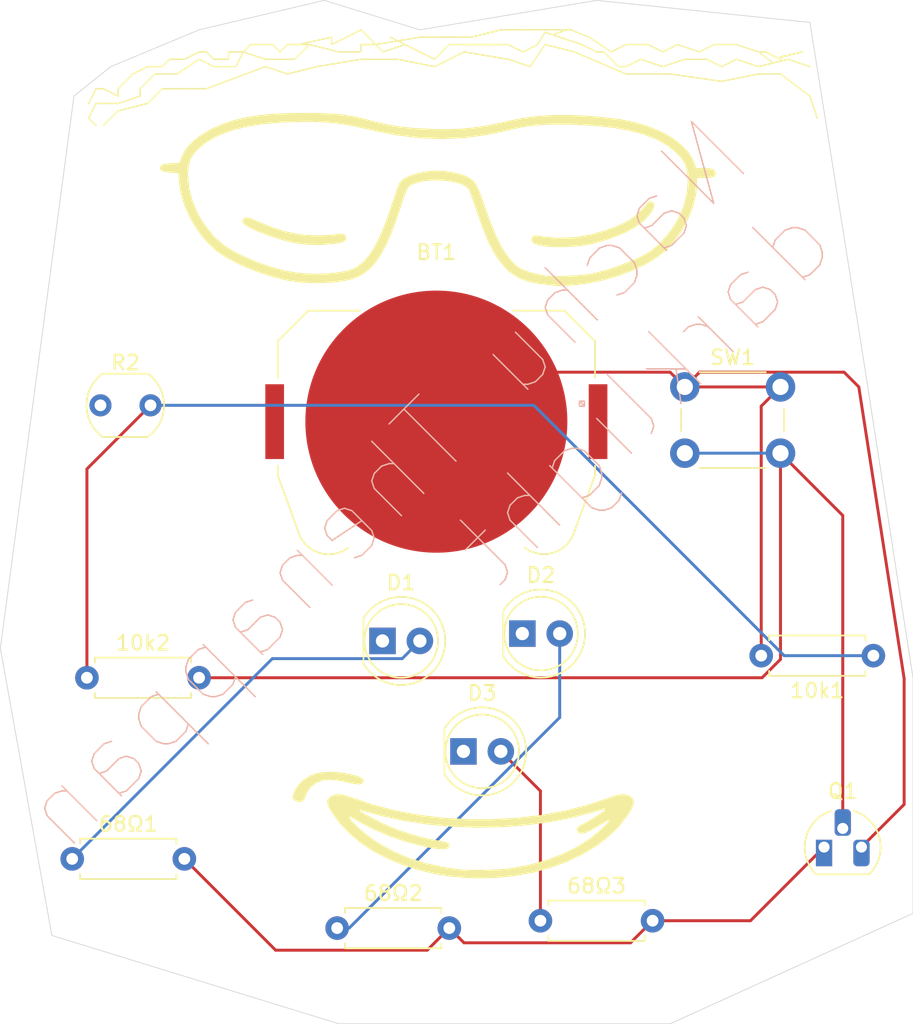
<source format=kicad_pcb>
(kicad_pcb (version 20241229) (generator "pcbnew") (generator_version "9.0")
  (layers (0 "F.Cu" signal) (2 "B.Cu" signal) (13 "F.Paste" user) (15 "B.Paste" user) (5 "F.SilkS" user "F.Silkscreen") (7 "B.SilkS" user "B.Silkscreen") (1 "F.Mask" user) (3 "B.Mask" user) (25 "Edge.Cuts" user))
  (net 0 "")
  (net 1 "Net-(10k1-Pad1)")
  (net 2 "GND")
  (net 3 "Net-(Q1-B)")
  (net 4 "Net-(Q1-C)")
  (net 5 "Net-(D1-A)")
  (net 6 "Net-(D2-A)")
  (net 7 "Net-(D3-A)")
  (net 8 "Net-(BT1-+)")
  (net 9 "+3V")
  (footprint "Resistor_THT:R_Axial_DIN0207_L6.3mm_D2.5mm_P7.62mm_Horizontal" (layer "F.Cu") (at 155.19 95)
    (property "Reference" "68Ω3" (at 3.81 -2.37 0) (layer "F.SilkS"))
    (property "Value" "R")
    (fp_line (start 0.54 -1.37) (end 7.08 -1.37) (stroke (width 0.12)) (layer "F.SilkS"))
    (fp_line (start 0.54 -1.04) (end 0.54 -1.37) (stroke (width 0.12)) (layer "F.SilkS"))
    (fp_line (start 0.54 1.04) (end 0.54 1.37) (stroke (width 0.12)) (layer "F.SilkS"))
    (fp_line (start 0.54 1.37) (end 7.08 1.37) (stroke (width 0.12)) (layer "F.SilkS"))
    (fp_line (start 7.08 -1.37) (end 7.08 -1.04) (stroke (width 0.12)) (layer "F.SilkS"))
    (fp_line (start 7.08 1.37) (end 7.08 1.04) (stroke (width 0.12)) (layer "F.SilkS"))
    (pad "1" thru_hole circle (at 0 0) (size 1.6 1.6) (drill 0.8) (layers "*.Cu" "*.Mask") (net 7 "Net-(D3-A)"))
    (pad "2" thru_hole circle (at 7.62 0) (size 1.6 1.6) (drill 0.8) (layers "*.Cu" "*.Mask") (net 4 "Net-(Q1-C)"))
  )
  (footprint "LED_THT:LED_D5.0mm" (layer "F.Cu") (at 149.96 83.5)
    (property "Reference" "D3" (at 1.27 -3.96 0) (layer "F.SilkS"))
    (property "Value" "LED")
    (fp_line (start -1.29 -1.545) (end -1.29 1.545) (stroke (width 0.12)) (layer "F.SilkS"))
    (fp_arc (start -1.29 -1.54483) (mid 2.071779 -2.880495) (end 4.26 0) (stroke (width 0.12)) (layer "F.SilkS"))
    (fp_arc (start 4.26 0) (mid 2.071779 2.880495) (end -1.29 1.54483) (stroke (width 0.12)) (layer "F.SilkS"))
    (fp_circle (center 1.27 0) (end 3.77 0) (stroke (width 0.12)) (fill no) (layer "F.SilkS"))
    (pad "1" thru_hole rect (at 0 0) (size 1.8 1.8) (drill 0.9) (layers "*.Cu" "*.Mask") (net 9 "+3V"))
    (pad "2" thru_hole circle (at 2.54 0) (size 1.8 1.8) (drill 0.9) (layers "*.Cu" "*.Mask") (net 7 "Net-(D3-A)"))
  )
  (footprint "Resistor_THT:R_Axial_DIN0207_L6.3mm_D2.5mm_P7.62mm_Horizontal" (layer "F.Cu") (at 124.38 78.5)
    (property "Reference" "10k2" (at 3.81 -2.37 0) (layer "F.SilkS"))
    (property "Value" "R")
    (fp_line (start 0.54 -1.37) (end 7.08 -1.37) (stroke (width 0.12)) (layer "F.SilkS"))
    (fp_line (start 0.54 -1.04) (end 0.54 -1.37) (stroke (width 0.12)) (layer "F.SilkS"))
    (fp_line (start 0.54 1.04) (end 0.54 1.37) (stroke (width 0.12)) (layer "F.SilkS"))
    (fp_line (start 0.54 1.37) (end 7.08 1.37) (stroke (width 0.12)) (layer "F.SilkS"))
    (fp_line (start 7.08 -1.37) (end 7.08 -1.04) (stroke (width 0.12)) (layer "F.SilkS"))
    (fp_line (start 7.08 1.37) (end 7.08 1.04) (stroke (width 0.12)) (layer "F.SilkS"))
    (pad "1" thru_hole circle (at 0 0) (size 1.6 1.6) (drill 0.8) (layers "*.Cu" "*.Mask") (net 1 "Net-(10k1-Pad1)"))
    (pad "2" thru_hole circle (at 7.62 0) (size 1.6 1.6) (drill 0.8) (layers "*.Cu" "*.Mask") (net 3 "Net-(Q1-B)"))
  )
  (footprint "Button_Switch_THT:SW_PUSH_6mm" (layer "F.Cu") (at 165 58.75)
    (property "Reference" "SW1" (at 3.25 -2 0) (layer "F.SilkS"))
    (property "Value" "SW_Push")
    (fp_line (start -0.25 1.5) (end -0.25 3) (stroke (width 0.12)) (layer "F.SilkS"))
    (fp_line (start 1 5.5) (end 5.5 5.5) (stroke (width 0.12)) (layer "F.SilkS"))
    (fp_line (start 5.5 -1) (end 1 -1) (stroke (width 0.12)) (layer "F.SilkS"))
    (fp_line (start 6.75 3) (end 6.75 1.5) (stroke (width 0.12)) (layer "F.SilkS"))
    (pad "1" thru_hole circle (at 0 0 90) (size 2 2) (drill 1.1) (layers "*.Cu" "*.Mask") (net 2 "GND"))
    (pad "1" thru_hole circle (at 6.5 0 90) (size 2 2) (drill 1.1) (layers "*.Cu" "*.Mask") (net 2 "GND"))
    (pad "2" thru_hole circle (at 0 4.5 90) (size 2 2) (drill 1.1) (layers "*.Cu" "*.Mask") (net 3 "Net-(Q1-B)"))
    (pad "2" thru_hole circle (at 6.5 4.5 90) (size 2 2) (drill 1.1) (layers "*.Cu" "*.Mask") (net 3 "Net-(Q1-B)"))
  )
  (footprint "Battery:BatteryHolder_Keystone_3034_1x20mm" (layer "F.Cu") (at 148.12 61.108075)
    (property "Reference" "BT1" (at 0 -11.5 0) (layer "F.SilkS"))
    (property "Value" "Battery_Cell")
    (fp_line (start -10.78 -5.46) (end -10.78 -3) (stroke (width 0.12)) (layer "F.SilkS"))
    (fp_line (start -10.78 3) (end -10.78 3.63) (stroke (width 0.12)) (layer "F.SilkS"))
    (fp_line (start -10.78 3.63) (end -9.34 7.58) (stroke (width 0.12)) (layer "F.SilkS"))
    (fp_line (start -8.7 -7.54) (end -10.78 -5.46) (stroke (width 0.12)) (layer "F.SilkS"))
    (fp_line (start -5.2 -7.54) (end -8.7 -7.54) (stroke (width 0.12)) (layer "F.SilkS"))
    (fp_line (start 8.7 -7.54) (end 5.2 -7.54) (stroke (width 0.12)) (layer "F.SilkS"))
    (fp_line (start 8.7 -7.54) (end 10.78 -5.46) (stroke (width 0.12)) (layer "F.SilkS"))
    (fp_line (start 10.78 -5.46) (end 10.78 -3) (stroke (width 0.12)) (layer "F.SilkS"))
    (fp_line (start 10.78 3) (end 10.78 3.63) (stroke (width 0.12)) (layer "F.SilkS"))
    (fp_line (start 10.78 3.63) (end 9.34 7.58) (stroke (width 0.12)) (layer "F.SilkS"))
    (fp_arc (start -6.003354 8.56653) (mid -7.921654 8.918738) (end -9.34 7.58) (stroke (width 0.12)) (layer "F.SilkS"))
    (fp_arc (start 9.325243 7.588169) (mid 7.90634 8.911668) (end 6 8.55) (stroke (width 0.12)) (layer "F.SilkS"))
    (pad "1" smd rect (at -10.985 0) (size 1.27 5.08) (layers "F.Cu" "F.Mask" "F.Paste") (net 8 "Net-(BT1-+)"))
    (pad "1" smd rect (at 10.985 0) (size 1.27 5.08) (layers "F.Cu" "F.Mask" "F.Paste") (net 8 "Net-(BT1-+)"))
    (pad "2" smd circle (at 0 0) (size 17.8 17.8) (layers "F.Cu" "F.Mask") (net 2 "GND"))
  )
  (footprint "LOGO" (layer "F.Cu") (at 167.5 88.5)
    (property "Reference" "G***" (hide yes))
    (property "Value" "LOGO" (hide yes))
    (fp_poly (pts (xy -26.04094 -3.590466) (xy -25.449425 -3.509973) (xy -24.895122 -3.379597) (xy -24.585362 -3.27366) (xy -24.385549 -3.151985) (xy -24.30719 -3.013228) (xy -24.339725 -2.88337) (xy -24.472595 -2.788389) (xy -24.69524 -2.754264) (xy -24.793479 -2.761639) (xy -24.986694 -2.794655) (xy -25.275018 -2.85332) (xy -25.597286 -2.925165) (xy -25.608882 -2.927871) (xy -26.202409 -3.037003) (xy -26.706063 -3.06251) (xy -27.137123 -3.003356) (xy -27.512866 -2.858502) (xy -27.600909 -2.808335) (xy -27.929 -2.538049) (xy -28.167319 -2.185736) (xy -28.250839 -1.979426) (xy -28.318443 -1.806405) (xy -28.390291 -1.672838) (xy -28.427885 -1.627861) (xy -28.598338 -1.56695) (xy -28.818368 -1.578732) (xy -29.020889 -1.658842) (xy -29.033157 -1.667236) (xy -29.129386 -1.770104) (xy -29.148793 -1.909517) (xy -29.132859 -2.009496) (xy -28.981799 -2.409592) (xy -28.716042 -2.784764) (xy -28.357992 -3.113131) (xy -27.930051 -3.372811) (xy -27.606586 -3.500239) (xy -27.162738 -3.58884) (xy -26.62645 -3.617835)) (fill yes) (layer "F.SilkS"))
    (fp_poly (pts (xy -6.386301 -2.048126) (xy -6.224271 -1.96883) (xy -6.055838 -1.83079) (xy -5.966508 -1.6738) (xy -5.958157 -1.482885) (xy -6.032658 -1.243074) (xy -6.191884 -0.939393) (xy -6.392578 -0.623842) (xy -6.990408 0.138929) (xy -7.715795 0.839248) (xy -8.556524 1.472393) (xy -9.500379 2.033642) (xy -10.535144 2.518275) (xy -11.648603 2.921568) (xy -12.828542 3.238802) (xy -14.062744 3.465254) (xy -15.338994 3.596203) (xy -16.645076 3.626927) (xy -17.325849 3.602078) (xy -18.379163 3.510967) (xy -19.373393 3.356928) (xy -20.358618 3.130419) (xy -21.337275 2.837634) (xy -22.478443 2.402586) (xy -23.5196 1.883163) (xy -24.453519 1.2845) (xy -25.272971 0.611734) (xy -25.970731 -0.129998) (xy -26.267898 -0.54042) (xy -25.30199 -0.54042) (xy -25.238739 -0.437236) (xy -25.179668 -0.36057) (xy -24.900765 -0.053751) (xy -24.52712 0.293211) (xy -24.092734 0.651841) (xy -23.631607 0.993666) (xy -23.294594 1.218143) (xy -22.30375 1.770604) (xy -21.23442 2.228055) (xy -20.086893 2.590402) (xy -18.861459 2.857551) (xy -17.724646 3.01323) (xy -17.350405 3.036611) (xy -16.858673 3.046309) (xy -16.297482 3.043414) (xy -15.714865 3.029011) (xy -15.158855 3.00419) (xy -14.677484 2.970037) (xy -14.38462 2.937604) (xy -13.131412 2.708759) (xy -11.949129 2.386006) (xy -10.849046 1.974357) (xy -9.842437 1.478824) (xy -8.940577 0.90442) (xy -8.15474 0.256157) (xy -7.988517 0.094035) (xy -7.778801 -0.124231) (xy -7.66966 -0.257356) (xy -7.663112 -0.30711) (xy -7.761175 -0.275266) (xy -7.965864 -0.163595) (xy -8.153706 -0.051081) (xy -8.615888 0.222331) (xy -8.982889 0.417705) (xy -9.267613 0.539089) (xy -9.482963 0.590527) (xy -9.641841 0.576065) (xy -9.757152 0.49975) (xy -9.788054 0.461383) (xy -9.842928 0.272305) (xy -9.734892 0.098258) (xy -9.504532 -0.038833) (xy -9.322247 -0.130538) (xy -9.072503 -0.272483) (xy -8.787279 -0.444505) (xy -8.498553 -0.626441) (xy -8.238305 -0.798131) (xy -8.038512 -0.939412) (xy -7.931153 -1.030123) (xy -7.92989 -1.031617) (xy -7.941669 -1.060797) (xy -8.069877 -1.043604) (xy -8.325067 -0.97788) (xy -8.626671 -0.889233) (xy -10.133688 -0.491041) (xy -11.709706 -0.184804) (xy -13.336736 0.029414) (xy -14.996791 0.151555) (xy -16.671883 0.181554) (xy -18.344024 0.119352) (xy -19.995225 -0.035113) (xy -21.607499 -0.281902) (xy -23.162858 -0.621078) (xy -23.953103 -0.836891) (xy -24.246673 -0.920048) (xy -24.47624 -0.979409) (xy -24.604789 -1.005621) (xy -24.619149 -1.005182) (xy -24.575851 -0.962505) (xy -24.424626 -0.86771) (xy -24.190277 -0.734067) (xy -23.897606 -0.574847) (xy -23.571413 -0.40332) (xy -23.236501 -0.232759) (xy -22.917672 -0.076432) (xy -22.657343 0.044538) (xy -21.96048 0.326216) (xy -21.18677 0.588155) (xy -20.397053 0.811709) (xy -19.652166 0.978231) (xy -19.551316 0.996566) (xy -19.124777 1.073098) (xy -18.833208 1.131941) (xy -18.649724 1.182164) (xy -18.547437 1.232838) (xy -18.499459 1.293032) (xy -18.481484 1.357454) (xy -18.50313 1.514913) (xy -18.641719 1.612729) (xy -18.902465 1.651278) (xy -19.290582 1.630934) (xy -19.811284 1.55207) (xy -20.177961 1.479269) (xy -21.366433 1.177241) (xy -22.537736 0.782244) (xy -23.656028 0.308264) (xy -24.685466 -0.230715) (xy -24.919573 -0.370797) (xy -25.150059 -0.506899) (xy -25.274981 -0.56354) (xy -25.30199 -0.54042) (xy -26.267898 -0.54042) (xy -26.456042 -0.800268) (xy -26.657057 -1.140064) (xy -26.773647 -1.40377) (xy -26.805805 -1.608176) (xy -26.753523 -1.770076) (xy -26.616795 -1.906262) (xy -26.455517 -2.003359) (xy -26.213563 -2.083566) (xy -25.921211 -2.089744) (xy -25.55863 -2.019831) (xy -25.105991 -1.87176) (xy -25.073133 -1.859439) (xy -23.614051 -1.370735) (xy -22.085481 -0.978637) (xy -20.495434 -0.6844) (xy -18.851921 -0.489278) (xy -17.162952 -0.394524) (xy -15.707895 -0.393582) (xy -13.975141 -0.485409) (xy -12.310329 -0.675283) (xy -10.714093 -0.963084) (xy -9.187067 -1.348697) (xy -7.729885 -1.832002) (xy -7.508808 -1.916236) (xy -7.065913 -2.055092) (xy -6.694004 -2.098963)) (fill yes) (layer "F.SilkS"))
  )
  (footprint "Resistor_THT:R_Axial_DIN0207_L6.3mm_D2.5mm_P7.62mm_Horizontal" (layer "F.Cu") (at 177.81 77 180)
    (property "Reference" "10k1" (at 3.81 -2.37 0) (layer "F.SilkS"))
    (property "Value" "R")
    (fp_line (start 7.08 1.37) (end 7.08 1.04) (stroke (width 0.12)) (layer "F.SilkS"))
    (fp_line (start 7.08 -1.37) (end 7.08 -1.04) (stroke (width 0.12)) (layer "F.SilkS"))
    (fp_line (start 0.54 1.37) (end 7.08 1.37) (stroke (width 0.12)) (layer "F.SilkS"))
    (fp_line (start 0.54 1.04) (end 0.54 1.37) (stroke (width 0.12)) (layer "F.SilkS"))
    (fp_line (start 0.54 -1.04) (end 0.54 -1.37) (stroke (width 0.12)) (layer "F.SilkS"))
    (fp_line (start 0.54 -1.37) (end 7.08 -1.37) (stroke (width 0.12)) (layer "F.SilkS"))
    (pad "1" thru_hole circle (at 0 0 180) (size 1.6 1.6) (drill 0.8) (layers "*.Cu" "*.Mask") (net 1 "Net-(10k1-Pad1)"))
    (pad "2" thru_hole circle (at 7.62 0 180) (size 1.6 1.6) (drill 0.8) (layers "*.Cu" "*.Mask") (net 2 "GND"))
  )
  (footprint "Package_TO_SOT_THT:TO-92L_HandSolder" (layer "F.Cu") (at 174.46 90)
    (property "Reference" "Q1" (at 1.27 -3.8 0) (layer "F.SilkS"))
    (property "Value" "NPN")
    (fp_line (start -0.53 1.85) (end 3.07 1.85) (stroke (width 0.12)) (layer "F.SilkS"))
    (fp_arc (start -0.541453 1.842156) (mid -1.247298 -0.581475) (end 0.45 -2.45) (stroke (width 0.12)) (layer "F.SilkS"))
    (fp_arc (start 2.05 -2.45) (mid 3.769931 -0.601036) (end 3.078445 1.827684) (stroke (width 0.12)) (layer "F.SilkS"))
    (pad "1" thru_hole rect (at 0 0) (size 1.1 1.8) (drill 0.75 (offset 0 0.4)) (layers "*.Cu" "*.Mask") (net 4 "Net-(Q1-C)"))
    (pad "2" thru_hole roundrect (at 1.27 -1.27) (size 1.1 1.8) (drill 0.75 (offset 0 -0.4)) (layers "*.Cu" "*.Mask") (net 3 "Net-(Q1-B)"))
    (pad "3" thru_hole roundrect (at 2.54 0) (size 1.1 1.8) (drill 0.75 (offset 0 0.4)) (layers "*.Cu" "*.Mask") (net 2 "GND"))
  )
  (footprint "Resistor_THT:R_Axial_DIN0207_L6.3mm_D2.5mm_P7.62mm_Horizontal" (layer "F.Cu") (at 141.38 95.5)
    (property "Reference" "68Ω2" (at 3.81 -2.37 0) (layer "F.SilkS"))
    (property "Value" "R")
    (fp_line (start 0.54 -1.37) (end 7.08 -1.37) (stroke (width 0.12)) (layer "F.SilkS"))
    (fp_line (start 0.54 -1.04) (end 0.54 -1.37) (stroke (width 0.12)) (layer "F.SilkS"))
    (fp_line (start 0.54 1.04) (end 0.54 1.37) (stroke (width 0.12)) (layer "F.SilkS"))
    (fp_line (start 0.54 1.37) (end 7.08 1.37) (stroke (width 0.12)) (layer "F.SilkS"))
    (fp_line (start 7.08 -1.37) (end 7.08 -1.04) (stroke (width 0.12)) (layer "F.SilkS"))
    (fp_line (start 7.08 1.37) (end 7.08 1.04) (stroke (width 0.12)) (layer "F.SilkS"))
    (pad "1" thru_hole circle (at 0 0) (size 1.6 1.6) (drill 0.8) (layers "*.Cu" "*.Mask") (net 6 "Net-(D2-A)"))
    (pad "2" thru_hole circle (at 7.62 0) (size 1.6 1.6) (drill 0.8) (layers "*.Cu" "*.Mask") (net 4 "Net-(Q1-C)"))
  )
  (footprint "LOGO" (layer "F.Cu") (at 166 46)
    (property "Reference" "G***" (hide yes))
    (property "Value" "LOGO" (hide yes))
    (fp_poly (pts (xy -30.693542 1.23712) (xy -30.398309 1.327259) (xy -30.000885 1.497628) (xy -29.022745 1.905421) (xy -28.110667 2.193079) (xy -27.222381 2.370614) (xy -26.315618 2.448037) (xy -25.965965 2.453313) (xy -25.543124 2.445245) (xy -25.147466 2.425044) (xy -24.83108 2.396034) (xy -24.680334 2.37126) (xy -24.34079 2.324184) (xy -24.121595 2.378189) (xy -24.003686 2.538243) (xy -24.000336 2.548393) (xy -23.98714 2.719482) (xy -24.084432 2.848068) (xy -24.310669 2.945886) (xy -24.684309 3.024669) (xy -24.770541 3.038017) (xy -25.684781 3.116728) (xy -26.64113 3.097581) (xy -27.46969 2.996034) (xy -28.090743 2.855783) (xy -28.789208 2.652278) (xy -29.496838 2.408324) (xy -30.145386 2.146729) (xy -30.477785 1.990782) (xy -30.788634 1.825649) (xy -30.970154 1.702468) (xy -31.049534 1.598561) (xy -31.056894 1.507699) (xy -31.001256 1.327134) (xy -30.887331 1.237009)) (fill yes) (layer "F.SilkS"))
    (fp_poly (pts (xy -3.222045 0.166811) (xy -3.079454 0.308336) (xy -3.071742 0.51631) (xy -3.200597 0.802141) (xy -3.348492 1.021664) (xy -3.797629 1.502963) (xy -4.40818 1.945216) (xy -5.176343 2.346476) (xy -6.098312 2.704795) (xy -7.170285 3.018226) (xy -7.323667 3.056356) (xy -7.824419 3.149795) (xy -8.424573 3.217715) (xy -9.065742 3.257244) (xy -9.689537 3.265512) (xy -10.237569 3.239648) (xy -10.47593 3.211339) (xy -10.937785 3.123775) (xy -11.243195 3.023052) (xy -11.405016 2.899331) (xy -11.436105 2.742772) (xy -11.349317 2.543535) (xy -11.349027 2.543077) (xy -11.284189 2.481412) (xy -11.167161 2.459663) (xy -10.958517 2.476601) (xy -10.671419 2.52191) (xy -9.60449 2.624819) (xy -8.492885 2.581486) (xy -7.371285 2.395256) (xy -6.382319 2.108358) (xy -5.712878 1.858595) (xy -5.174193 1.621367) (xy -4.731315 1.374351) (xy -4.349293 1.095226) (xy -3.993177 0.761669) (xy -3.628016 0.351359) (xy -3.624212 0.346807) (xy -3.464977 0.177481) (xy -3.346804 0.126096)) (fill yes) (layer "F.SilkS"))
    (fp_poly (pts (xy -25.760814 -5.849735) (xy -24.940539 -5.8108) (xy -24.214804 -5.741941) (xy -23.5469 -5.638992) (xy -22.900123 -5.497785) (xy -22.463073 -5.380485) (xy -21.440544 -5.12551) (xy -20.389112 -4.941996) (xy -19.264174 -4.823692) (xy -18.076334 -4.765738) (xy -17.094252 -4.757139) (xy -16.205472 -4.789982) (xy -15.35371 -4.870276) (xy -14.48268 -5.004026) (xy -13.536094 -5.197243) (xy -13.109662 -5.295858) (xy -12.073914 -5.507078) (xy -11.024438 -5.647672) (xy -9.93063 -5.71897) (xy -8.761889 -5.722299) (xy -7.48761 -5.65899) (xy -6.561667 -5.580157) (xy -5.40966 -5.43409) (xy -4.390882 -5.229891) (xy -3.477055 -4.96031) (xy -2.639899 -4.618099) (xy -2.451406 -4.52644) (xy -1.818473 -4.156197) (xy -1.262201 -3.726289) (xy -0.806689 -3.260435) (xy -0.476037 -2.782357) (xy -0.325757 -2.434167) (xy -0.227197 -2.116667) (xy 0.335135 -2.116667) (xy 0.711003 -2.09831) (xy 0.946583 -2.034456) (xy 1.067806 -1.911932) (xy 1.100666 -1.727792) (xy 1.07086 -1.587769) (xy 0.962434 -1.500182) (xy 0.746879 -1.454337) (xy 0.395686 -1.439537) (xy 0.331741 -1.439334) (xy -0.169334 -1.439334) (xy -0.169334 -0.95791) (xy -0.238683 -0.250111) (xy -0.43524 0.51036) (xy -0.741767 1.287806) (xy -1.141025 2.046526) (xy -1.615777 2.750825) (xy -2.148785 3.365002) (xy -2.347977 3.553918) (xy -2.969015 4.028287) (xy -3.728194 4.472814) (xy -4.595329 4.876088) (xy -5.540232 5.226701) (xy -6.532718 5.513241) (xy -7.542602 5.7243) (xy -8.382659 5.834947) (xy -8.780795 5.870288) (xy -9.123799 5.897119) (xy -9.372452 5.912602) (xy -9.482667 5.914534) (xy -9.625345 5.901054) (xy -9.88376 5.876225) (xy -10.205113 5.845123) (xy -10.244667 5.841281) (xy -11.066584 5.733041) (xy -11.750533 5.573549) (xy -12.323846 5.3483) (xy -12.813853 5.04279) (xy -13.247886 4.642514) (xy -13.653275 4.132967) (xy -13.761206 3.975013) (xy -14.000997 3.593755) (xy -14.218346 3.198397) (xy -14.426795 2.758462) (xy -14.639887 2.243474) (xy -14.871163 1.622955) (xy -15.106901 0.946586) (xy -15.266217 0.483978) (xy -15.41424 0.062955) (xy -15.539239 -0.283776) (xy -15.629484 -0.523508) (xy -15.66344 -0.605363) (xy -15.849419 -0.820665) (xy -16.169855 -0.997239) (xy -16.593848 -1.132817) (xy -17.090493 -1.22513) (xy -17.628889 -1.271909) (xy -18.17813 -1.270885) (xy -18.707316 -1.21979) (xy -19.185542 -1.116355) (xy -19.581905 -0.958312) (xy -19.679763 -0.900218) (xy -19.780457 -0.796723) (xy -19.88856 -0.602963) (xy -20.013744 -0.297032) (xy -20.165683 0.142975) (xy -20.234036 0.354881) (xy -20.59067 1.421957) (xy -20.934642 2.33386) (xy -21.273556 3.103533) (xy -21.615018 3.74392) (xy -21.966634 4.267964) (xy -22.336008 4.688607) (xy -22.730746 5.018793) (xy -23.10833 5.24644) (xy -23.580043 5.427366) (xy -24.18139 5.565518) (xy -24.877681 5.659013) (xy -25.634229 5.705965) (xy -26.416342 5.70449) (xy -27.189334 5.652702) (xy -27.918514 5.548716) (xy -28.079511 5.516555) (xy -28.943717 5.301452) (xy -29.817996 5.025341) (xy -30.66888 4.70242) (xy -31.462904 4.346886) (xy -32.166602 3.972936) (xy -32.746506 3.594768) (xy -32.910125 3.46726) (xy -33.550492 2.848992) (xy -34.124306 2.116176) (xy -34.612473 1.304496) (xy -34.995896 0.449636) (xy -35.25548 -0.412721) (xy -35.363973 -1.118245) (xy -35.399156 -1.566334) (xy -34.746742 -1.566334) (xy -34.657479 -0.710891) (xy -34.420727 0.153651) (xy -34.053509 0.996266) (xy -33.572848 1.785928) (xy -32.995766 2.491611) (xy -32.339285 3.082291) (xy -32.104862 3.24886) (xy -31.483465 3.613943) (xy -30.739774 3.972645) (xy -29.92039 4.306409) (xy -29.071914 4.596678) (xy -28.240947 4.824893) (xy -28.024667 4.873671) (xy -27.35339 4.984792) (xy -26.634053 5.047213) (xy -25.899749 5.062773) (xy -25.183572 5.033307) (xy -24.518617 4.960651) (xy -23.937976 4.846642) (xy -23.474743 4.693115) (xy -23.314598 4.612322) (xy -22.888468 4.289718) (xy -22.480358 3.829144) (xy -22.086692 3.224331) (xy -21.703893 2.469013) (xy -21.328387 1.556923) (xy -20.956596 0.481792) (xy -20.955078 0.477053) (xy -20.79696 -0.00475) (xy -20.646496 -0.441033) (xy -20.514655 -0.801649) (xy -20.412406 -1.056452) (xy -20.356638 -1.167772) (xy -20.127635 -1.377029) (xy -19.764353 -1.568684) (xy -19.30171 -1.731997) (xy -18.774621 -1.856229) (xy -18.218003 -1.930638) (xy -17.822334 -1.947334) (xy -17.389677 -1.921939) (xy -16.904763 -1.853601) (xy -16.426363 -1.754085) (xy -16.013251 -1.63516) (xy -15.776565 -1.537735) (xy -15.565321 -1.417355) (xy -15.390999 -1.280525) (xy -15.239488 -1.10314) (xy -15.096679 -0.861092) (xy -14.948461 -0.530276) (xy -14.780725 -0.086584) (xy -14.57936 0.494089) (xy -14.568456 0.526265) (xy -14.193305 1.568302) (xy -13.825997 2.451245) (xy -13.461008 3.184804) (xy -13.092809 3.778689) (xy -12.715875 4.242611) (xy -12.324679 4.58628) (xy -12.215924 4.659694) (xy -11.852989 4.83567) (xy -11.354313 4.996997) (xy -10.753417 5.133887) (xy -10.371667 5.198172) (xy -10.086405 5.219455) (xy -9.677633 5.223035) (xy -9.189991 5.211165) (xy -8.668122 5.1861) (xy -8.156669 5.150096) (xy -7.700272 5.105407) (xy -7.343574 5.054289) (xy -7.281334 5.042072) (xy -6.315199 4.793173) (xy -5.303067 4.451063) (xy -4.319482 4.04146) (xy -4.148667 3.961327) (xy -3.717062 3.745815) (xy -3.385855 3.55115) (xy -3.097704 3.336612) (xy -2.795263 3.061477) (xy -2.580381 2.847629) (xy -1.937243 2.088391) (xy -1.429867 1.259861) (xy -1.067113 0.382403) (xy -0.857844 -0.52362) (xy -0.806876 -1.227667) (xy -0.837244 -1.796282) (xy -0.94533 -2.254681) (xy -1.152438 -2.652307) (xy -1.479873 -3.038603) (xy -1.662272 -3.212904) (xy -2.252461 -3.668364) (xy -2.955769 -4.056019) (xy -3.779839 -4.377889) (xy -4.732312 -4.635989) (xy -5.820831 -4.832339) (xy -7.053037 -4.968955) (xy -8.436572 -5.047856) (xy -8.636 -5.054214) (xy -9.63317 -5.06876) (xy -10.500764 -5.047799) (xy -11.275403 -4.988262) (xy -11.993709 -4.88708) (xy -12.692303 -4.741185) (xy -12.855378 -4.700641) (xy -14.417856 -4.360335) (xy -15.941722 -4.152869) (xy -17.454374 -4.078357) (xy -18.983211 -4.13691) (xy -20.55563 -4.328643) (xy -22.19903 -4.65367) (xy -22.563667 -4.740822) (xy -23.56575 -4.964142) (xy -24.49333 -5.117094) (xy -25.417676 -5.208247) (xy -26.410055 -5.246173) (xy -26.784805 -5.24846) (xy -28.258817 -5.210307) (xy -29.583202 -5.097813) (xy -30.760815 -4.910282) (xy -31.794511 -4.647014) (xy -32.687145 -4.307311) (xy -33.441571 -3.890476) (xy -33.954419 -3.494814) (xy -34.319938 -3.115956) (xy -34.561319 -2.729201) (xy -34.697187 -2.289214) (xy -34.746168 -1.750664) (xy -34.746742 -1.566334) (xy -35.399156 -1.566334) (xy -35.415212 -1.770823) (xy -35.965601 -1.795579) (xy -36.361248 -1.843069) (xy -36.596126 -1.942886) (xy -36.670599 -2.095293) (xy -36.60903 -2.264834) (xy -36.510304 -2.351273) (xy -36.323184 -2.404459) (xy -36.011135 -2.433678) (xy -35.929653 -2.437499) (xy -35.343379 -2.461998) (xy -35.192632 -2.886437) (xy -34.937252 -3.373527) (xy -34.528349 -3.8489) (xy -33.981709 -4.297998) (xy -33.313117 -4.706262) (xy -33.104667 -4.812027) (xy -32.409696 -5.114539) (xy -31.67481 -5.360483) (xy -30.878958 -5.553319) (xy -30.001084 -5.69651) (xy -29.020138 -5.793515) (xy -27.915065 -5.847796) (xy -26.712334 -5.862915)) (fill yes) (layer "F.SilkS"))
  )
  (footprint "LED_THT:LED_D5.0mm" (layer "F.Cu") (at 153.96 75.5)
    (property "Reference" "D2" (at 1.27 -3.96 0) (layer "F.SilkS"))
    (property "Value" "LED")
    (fp_line (start -1.29 -1.545) (end -1.29 1.545) (stroke (width 0.12)) (layer "F.SilkS"))
    (fp_arc (start -1.29 -1.54483) (mid 2.071779 -2.880495) (end 4.26 0) (stroke (width 0.12)) (layer "F.SilkS"))
    (fp_arc (start 4.26 0) (mid 2.071779 2.880495) (end -1.29 1.54483) (stroke (width 0.12)) (layer "F.SilkS"))
    (fp_circle (center 1.27 0) (end 3.77 0) (stroke (width 0.12)) (fill no) (layer "F.SilkS"))
    (pad "1" thru_hole rect (at 0 0) (size 1.8 1.8) (drill 0.9) (layers "*.Cu" "*.Mask") (net 9 "+3V"))
    (pad "2" thru_hole circle (at 2.54 0) (size 1.8 1.8) (drill 0.9) (layers "*.Cu" "*.Mask") (net 6 "Net-(D2-A)"))
  )
  (footprint "OptoDevice:R_LDR_5.1x4.3mm_P3.4mm_Vertical" (layer "F.Cu") (at 125.3 60)
    (property "Reference" "R2" (at 1.7 -2.9 0) (layer "F.SilkS"))
    (property "Value" "R_Photo")
    (fp_line (start 0.15 -2.15) (end 3.2 -2.15) (stroke (width 0.12)) (layer "F.SilkS"))
    (fp_line (start 0.15 2.15) (end 3.2 2.15) (stroke (width 0.12)) (layer "F.SilkS"))
    (fp_arc (start 0.15 2.15) (mid -0.950438 -0.013368) (end 0.171766 -2.165525) (stroke (width 0.12)) (layer "F.SilkS"))
    (fp_arc (start 3.2 -2.15) (mid 4.321403 -0.027338) (end 3.244513 2.118249) (stroke (width 0.12)) (layer "F.SilkS"))
    (pad "1" thru_hole circle (at 0 0) (size 1.5 1.5) (drill 0.8) (layers "*.Cu" "*.Mask") (net 8 "Net-(BT1-+)"))
    (pad "2" thru_hole circle (at 3.4 0) (size 1.5 1.5) (drill 0.8) (layers "*.Cu" "*.Mask") (net 1 "Net-(10k1-Pad1)"))
  )
  (footprint "Resistor_THT:R_Axial_DIN0207_L6.3mm_D2.5mm_P7.62mm_Horizontal" (layer "F.Cu") (at 123.38 90.8)
    (property "Reference" "68Ω1" (at 3.81 -2.37 0) (layer "F.SilkS"))
    (property "Value" "R")
    (fp_line (start 0.54 -1.37) (end 7.08 -1.37) (stroke (width 0.12)) (layer "F.SilkS"))
    (fp_line (start 0.54 -1.04) (end 0.54 -1.37) (stroke (width 0.12)) (layer "F.SilkS"))
    (fp_line (start 0.54 1.04) (end 0.54 1.37) (stroke (width 0.12)) (layer "F.SilkS"))
    (fp_line (start 0.54 1.37) (end 7.08 1.37) (stroke (width 0.12)) (layer "F.SilkS"))
    (fp_line (start 7.08 -1.37) (end 7.08 -1.04) (stroke (width 0.12)) (layer "F.SilkS"))
    (fp_line (start 7.08 1.37) (end 7.08 1.04) (stroke (width 0.12)) (layer "F.SilkS"))
    (pad "1" thru_hole circle (at 0 0) (size 1.6 1.6) (drill 0.8) (layers "*.Cu" "*.Mask") (net 5 "Net-(D1-A)"))
    (pad "2" thru_hole circle (at 7.62 0) (size 1.6 1.6) (drill 0.8) (layers "*.Cu" "*.Mask") (net 4 "Net-(Q1-C)"))
  )
  (footprint "LED_THT:LED_D5.0mm" (layer "F.Cu") (at 144.46 76)
    (property "Reference" "D1" (at 1.27 -3.96 0) (layer "F.SilkS"))
    (property "Value" "LED")
    (fp_line (start -1.29 -1.545) (end -1.29 1.545) (stroke (width 0.12)) (layer "F.SilkS"))
    (fp_arc (start -1.29 -1.54483) (mid 2.071779 -2.880495) (end 4.26 0) (stroke (width 0.12)) (layer "F.SilkS"))
    (fp_arc (start 4.26 0) (mid 2.071779 2.880495) (end -1.29 1.54483) (stroke (width 0.12)) (layer "F.SilkS"))
    (fp_circle (center 1.27 0) (end 3.77 0) (stroke (width 0.12)) (fill no) (layer "F.SilkS"))
    (pad "1" thru_hole rect (at 0 0) (size 1.8 1.8) (drill 0.9) (layers "*.Cu" "*.Mask") (net 9 "+3V"))
    (pad "2" thru_hole circle (at 2.54 0) (size 1.8 1.8) (drill 0.9) (layers "*.Cu" "*.Mask") (net 5 "Net-(D1-A)"))
  )
  (gr_line (start 135.5 35.5) (end 135 36) (stroke (width 0.1)) (layer "F.SilkS"))
  (gr_line (start 171.5 36.5) (end 170.5 36) (stroke (width 0.1)) (layer "F.SilkS"))
  (gr_line (start 144.5 36) (end 144 35.5) (stroke (width 0.1)) (layer "F.SilkS"))
  (gr_line (start 150.5 35) (end 152.5 34.5) (stroke (width 0.1)) (layer "F.SilkS"))
  (gr_line (start 150 36) (end 153 36.5) (stroke (width 0.1)) (layer "F.SilkS"))
  (gr_line (start 128 39) (end 126.5 39.5) (stroke (width 0.1)) (layer "F.SilkS"))
  (gr_line (start 127.5 37.5) (end 128.5 37) (stroke (width 0.1)) (layer "F.SilkS"))
  (gr_line (start 125.5 38.5) (end 126.5 39) (stroke (width 0.1)) (layer "F.SilkS"))
  (gr_line (start 163.5 36) (end 164.5 35.5) (stroke (width 0.1)) (layer "F.SilkS"))
  (gr_line (start 143 35.5) (end 143 36) (stroke (width 0.1)) (layer "F.SilkS"))
  (gr_line (start 148.5 35) (end 149.5 35) (stroke (width 0.1)) (layer "F.SilkS"))
  (gr_line (start 125 38.5) (end 125.5 38.5) (stroke (width 0.1)) (layer "F.SilkS"))
  (gr_line (start 162 36.5) (end 161 37) (stroke (width 0.1)) (layer "F.SilkS"))
  (gr_line (start 157.25 34.5) (end 158.5 35) (stroke (width 0.1)) (layer "F.SilkS"))
  (gr_line (start 127 38) (end 127.5 37.5) (stroke (width 0.1)) (layer "F.SilkS"))
  (gr_line (start 167 35.5) (end 168.5 35.5) (stroke (width 0.1)) (layer "F.SilkS"))
  (gr_line (start 154 34.5) (end 152.5 34.5) (stroke (width 0.1)) (layer "F.SilkS"))
  (gr_line (start 133.5 36.5) (end 134 36.5) (stroke (width 0.1)) (layer "F.SilkS"))
  (gr_line (start 159.5 36) (end 159 36) (stroke (width 0.1)) (layer "F.SilkS"))
  (gr_line (start 167.5 37) (end 166.5 36.5) (stroke (width 0.1)) (layer "F.SilkS"))
  (gr_line (start 163.5 37) (end 162 36.5) (stroke (width 0.1)) (layer "F.SilkS"))
  (gr_line (start 155.5 34.666667) (end 155 35.5) (stroke (width 0.1)) (layer "F.SilkS"))
  (gr_line (start 161 35.5) (end 162.5 35.5) (stroke (width 0.1)) (layer "F.SilkS"))
  (gr_line (start 171.5 36.625) (end 171.5 36.5) (stroke (width 0.1)) (layer "F.SilkS"))
  (gr_line (start 134 36) (end 135 36) (stroke (width 0.1)) (layer "F.SilkS"))
  (gr_line (start 156 34.833334) (end 157 34.5) (stroke (width 0.1)) (layer "F.SilkS"))
  (gr_line (start 145 35) (end 146 35.5) (stroke (width 0.1)) (layer "F.SilkS"))
  (gr_line (start 154 34.5) (end 155.5 34.5) (stroke (width 0.1)) (layer "F.SilkS"))
  (gr_line (start 153 35.5) (end 152 35.5) (stroke (width 0.1)) (layer "F.SilkS"))
  (gr_line (start 128.5 37) (end 129.5 37) (stroke (width 0.1)) (layer "F.SilkS"))
  (gr_line (start 160 36.5) (end 159.5 36) (stroke (width 0.1)) (layer "F.SilkS"))
  (gr_line (start 126.5 39) (end 126.5 38.5) (stroke (width 0.1)) (layer "F.SilkS"))
  (gr_line (start 171.5 36.375) (end 173 36) (stroke (width 0.1)) (layer "F.SilkS"))
  (gr_line (start 133 37) (end 132 36.5) (stroke (width 0.1)) (layer "F.SilkS"))
  (gr_line (start 171.5 37.5) (end 173.5 39) (stroke (width 0.1)) (layer "F.SilkS"))
  (gr_line (start 136.5 36.5) (end 135 36) (stroke (width 0.1)) (layer "F.SilkS"))
  (gr_line (start 132 36) (end 132.5 36) (stroke (width 0.1)) (layer "F.SilkS"))
  (gr_line (start 159 36) (end 158 35.5) (stroke (width 0.1)) (layer "F.SilkS"))
  (gr_line (start 124.5 39.5) (end 125 38.5) (stroke (width 0.1)) (layer "F.SilkS"))
  (gr_line (start 167.5 38) (end 170 37.5) (stroke (width 0.1)) (layer "F.SilkS"))
  (gr_line (start 160.5 37) (end 160 36.5) (stroke (width 0.1)) (layer "F.SilkS"))
  (gr_line (start 132.5 38.5) (end 136.5 37) (stroke (width 0.1)) (layer "F.SilkS"))
  (gr_line (start 149.5 35) (end 150.5 35) (stroke (width 0.1)) (layer "F.SilkS"))
  (gr_line (start 134 36.5) (end 134 36) (stroke (width 0.1)) (layer "F.SilkS"))
  (gr_line (start 157.25 34.5) (end 157 34.5) (stroke (width 0.1)) (layer "F.SilkS"))
  (gr_line (start 149 35.5) (end 148 36.5) (stroke (width 0.1)) (layer "F.SilkS"))
  (gr_line (start 126.5 39.5) (end 125 39.5) (stroke (width 0.1)) (layer "F.SilkS"))
  (gr_line (start 170 37.5) (end 171.5 37.5) (stroke (width 0.1)) (layer "F.SilkS"))
  (gr_line (start 138.75 35.5) (end 141 35) (stroke (width 0.1)) (layer "F.SilkS"))
  (gr_line (start 165 36.5) (end 163.5 37) (stroke (width 0.1)) (layer "F.SilkS"))
  (gr_line (start 171.5 36.5) (end 170.5 36) (stroke (width 0.1)) (layer "F.SilkS"))
  (gr_line (start 146 35.5) (end 144.5 36) (stroke (width 0.1)) (layer "F.SilkS"))
  (gr_line (start 144 35.5) (end 147 35) (stroke (width 0.1)) (layer "F.SilkS"))
  (gr_line (start 130 36.5) (end 131 36.5) (stroke (width 0.1)) (layer "F.SilkS"))
  (gr_line (start 166 36) (end 167 35.5) (stroke (width 0.1)) (layer "F.SilkS"))
  (gr_line (start 138 35.5) (end 139.5 35.5) (stroke (width 0.1)) (layer "F.SilkS"))
  (gr_line (start 153 36.5) (end 154.5 37) (stroke (width 0.1)) (layer "F.SilkS"))
  (gr_line (start 148 37) (end 150 36) (stroke (width 0.1)) (layer "F.SilkS"))
  (gr_line (start 134.5 37) (end 133 37) (stroke (width 0.1)) (layer "F.SilkS"))
  (gr_line (start 143 36) (end 141.5 36) (stroke (width 0.1)) (layer "F.SilkS"))
  (gr_line (start 144 35.5) (end 143 35.5) (stroke (width 0.1)) (layer "F.SilkS"))
  (gr_line (start 132 36.5) (end 130.5 37.5) (stroke (width 0.1)) (layer "F.SilkS"))
  (gr_line (start 158 35.5) (end 156.5 35) (stroke (width 0.1)) (layer "F.SilkS"))
  (gr_line (start 137.5 36) (end 138 35.5) (stroke (width 0.1)) (layer "F.SilkS"))
  (gr_line (start 161 37) (end 160.5 37) (stroke (width 0.1)) (layer "F.SilkS"))
  (gr_line (start 152.5 34.5) (end 150.5 35) (stroke (width 0.1)) (layer "F.SilkS"))
  (gr_line (start 170 36) (end 170.5 36) (stroke (width 0.1)) (layer "F.SilkS"))
  (gr_line (start 135.5 35.5) (end 137 35.5) (stroke (width 0.1)) (layer "F.SilkS"))
  (gr_line (start 126.5 40) (end 128.5 39.5) (stroke (width 0.1)) (layer "F.SilkS"))
  (gr_line (start 160 36) (end 161 35.5) (stroke (width 0.1)) (layer "F.SilkS"))
  (gr_line (start 164 37.5) (end 167.5 38) (stroke (width 0.1)) (layer "F.SilkS"))
  (gr_line (start 140 37) (end 143 36.5) (stroke (width 0.1)) (layer "F.SilkS"))
  (gr_line (start 150.5 35) (end 152.5 34.5) (stroke (width 0.1)) (layer "F.SilkS"))
  (gr_line (start 171.5 36.333333) (end 171.5 36.5) (stroke (width 0.1)) (layer "F.SilkS"))
  (gr_line (start 138 37.5) (end 140 37) (stroke (width 0.1)) (layer "F.SilkS"))
  (gr_line (start 158.5 35) (end 160 36) (stroke (width 0.1)) (layer "F.SilkS"))
  (gr_line (start 168.5 36.5) (end 167.5 37) (stroke (width 0.1)) (layer "F.SilkS"))
  (gr_line (start 125.5 41) (end 126.5 40) (stroke (width 0.1)) (layer "F.SilkS"))
  (gr_line (start 131 38.5) (end 132.5 38.5) (stroke (width 0.1)) (layer "F.SilkS"))
  (gr_line (start 129 37.5) (end 128 38.5) (stroke (width 0.1)) (layer "F.SilkS"))
  (gr_line (start 155 35.5) (end 154 36) (stroke (width 0.1)) (layer "F.SilkS"))
  (gr_line (start 137 35.5) (end 137.5 36) (stroke (width 0.1)) (layer "F.SilkS"))
  (gr_line (start 154.5 37) (end 155.5 35.5) (stroke (width 0.1)) (layer "F.SilkS"))
  (gr_line (start 131 36.5) (end 132 36) (stroke (width 0.1)) (layer "F.SilkS"))
  (gr_line (start 166.5 36.5) (end 165 36.5) (stroke (width 0.1)) (layer "F.SilkS"))
  (gr_line (start 128 38.5) (end 128 39) (stroke (width 0.1)) (layer "F.SilkS"))
  (gr_line (start 129.5 38.5) (end 131 38.5) (stroke (width 0.1)) (layer "F.SilkS"))
  (gr_line (start 171 36.75) (end 170 36) (stroke (width 0.1)) (layer "F.SilkS"))
  (gr_line (start 129.5 37) (end 130 36.5) (stroke (width 0.1)) (layer "F.SilkS"))
  (gr_line (start 164.5 35.5) (end 166 36) (stroke (width 0.1)) (layer "F.SilkS"))
  (gr_line (start 124.5 40.5) (end 125 41) (stroke (width 0.1)) (layer "F.SilkS"))
  (gr_line (start 152.5 35.5) (end 150 35.5) (stroke (width 0.1)) (layer "F.SilkS"))
  (gr_line (start 138.5 36.5) (end 136.5 36.5) (stroke (width 0.1)) (layer "F.SilkS"))
  (gr_line (start 172 36.5) (end 170 37) (stroke (width 0.1)) (layer "F.SilkS"))
  (gr_line (start 155.5 35.5) (end 157.5 36) (stroke (width 0.1)) (layer "F.SilkS"))
  (gr_line (start 139.5 35.5) (end 138.5 36.5) (stroke (width 0.1)) (layer "F.SilkS"))
  (gr_line (start 168.5 35.5) (end 170 36) (stroke (width 0.1)) (layer "F.SilkS"))
  (gr_line (start 132.5 36) (end 133 36.5) (stroke (width 0.1)) (layer "F.SilkS"))
  (gr_line (start 128.5 39.5) (end 129.5 38.5) (stroke (width 0.1)) (layer "F.SilkS"))
  (gr_line (start 173.5 39) (end 174 40.5) (stroke (width 0.1)) (layer "F.SilkS"))
  (gr_line (start 143 36.5) (end 145.5 36.5) (stroke (width 0.1)) (layer "F.SilkS"))
  (gr_line (start 126.5 38.5) (end 127 38) (stroke (width 0.1)) (layer "F.SilkS"))
  (gr_line (start 156.5 35) (end 155.5 34.666667) (stroke (width 0.1)) (layer "F.SilkS"))
  (gr_line (start 154 36) (end 153 35.5) (stroke (width 0.1)) (layer "F.SilkS"))
  (gr_line (start 125 39.5) (end 124.5 40.5) (stroke (width 0.1)) (layer "F.SilkS"))
  (gr_line (start 141 35) (end 141 35.5) (stroke (width 0.1)) (layer "F.SilkS"))
  (gr_line (start 157.5 36) (end 161 37.5) (stroke (width 0.1)) (layer "F.SilkS"))
  (gr_line (start 133 36.5) (end 133.5 36.5) (stroke (width 0.1)) (layer "F.SilkS"))
  (gr_line (start 143 34.5) (end 144 35.5) (stroke (width 0.1)) (layer "F.SilkS"))
  (gr_line (start 157 34.5) (end 155.5 34.5) (stroke (width 0.1)) (layer "F.SilkS"))
  (gr_line (start 157 34.5) (end 157.125 34.45) (stroke (width 0.1)) (layer "F.SilkS"))
  (gr_line (start 143 34.5) (end 141 35.5) (stroke (width 0.1)) (layer "F.SilkS"))
  (gr_line (start 149 35) (end 149.5 35) (stroke (width 0.1)) (layer "F.SilkS"))
  (gr_line (start 161 37.5) (end 164 37.5) (stroke (width 0.1)) (layer "F.SilkS"))
  (gr_line (start 135 36) (end 134.5 37) (stroke (width 0.1)) (layer "F.SilkS"))
  (gr_line (start 145.5 36.5) (end 148 37) (stroke (width 0.1)) (layer "F.SilkS"))
  (gr_line (start 173.5 37) (end 172 36.5) (stroke (width 0.1)) (layer "F.SilkS"))
  (gr_line (start 170 37) (end 168.5 36.5) (stroke (width 0.1)) (layer "F.SilkS"))
  (gr_line (start 130.5 37.5) (end 129 37.5) (stroke (width 0.1)) (layer "F.SilkS"))
  (gr_line (start 152 35.5) (end 150 35.5) (stroke (width 0.1)) (layer "F.SilkS"))
  (gr_line (start 136.5 37) (end 138 37.5) (stroke (width 0.1)) (layer "F.SilkS"))
  (gr_line (start 173 36) (end 171.5 36.333333) (stroke (width 0.1)) (layer "F.SilkS"))
  (gr_line (start 148 36.5) (end 146 35.5) (stroke (width 0.1)) (layer "F.SilkS"))
  (gr_line (start 141.5 36) (end 139.5 35.5) (stroke (width 0.1)) (layer "F.SilkS"))
  (gr_line (start 149.5 35) (end 147 35) (stroke (width 0.1)) (layer "F.SilkS"))
  (gr_line (start 162.5 35.5) (end 163.5 36) (stroke (width 0.1)) (layer "F.SilkS"))
  (gr_line (start 152.5 35.5) (end 149 35.5) (stroke (width 0.1)) (layer "F.SilkS"))
  (gr_poly (pts (xy 122 96) (xy 141.5 102) (xy 164 102) (xy 180.5 94.5) (xy 180.5 78.5) (xy 177 56) (xy 173.5 34) (xy 159 32.5) (xy 147 34.5) (xy 140.5 32.5) (xy 132 34.5) (xy 126 37) (xy 123.5 39) (xy 118.5 76.5)) (stroke (width 0.05)) (fill no) (layer "Edge.Cuts"))
  (gr_text "Nachu Thenappan\ndarklight" (at 176 49.5 45) (layer "B.SilkS") (effects (font (size 5 5) (thickness 0.1)) (justify left bottom mirror)))
  (segment (start 177.81 77) (end 178 77) (width 0.2) (layer "F.Cu") (net 1))
  (segment (start 124.38 78.5) (end 124.38 64.32) (width 0.2) (layer "F.Cu") (net 1))
  (segment (start 124.38 64.32) (end 128.7 60) (width 0.2) (layer "F.Cu") (net 1))
  (segment (start 129 60) (end 128.7 60) (width 0.2) (layer "F.Cu") (net 1))
  (segment (start 128.7 60) (end 154.74705 60) (width 0.2) (layer "B.Cu") (net 1))
  (segment (start 171.74705 77) (end 177.81 77) (width 0.2) (layer "B.Cu") (net 1))
  (segment (start 154.74705 60) (end 171.74705 77) (width 0.2) (layer "B.Cu") (net 1))
  (segment (start 166 57.75) (end 175.81955 57.75) (width 0.2) (layer "F.Cu") (net 2))
  (segment (start 175.81955 57.75) (end 176.81955 58.75) (width 0.2) (layer "F.Cu") (net 2))
  (segment (start 165 58.75) (end 164 57.75) (width 0.2) (layer "F.Cu") (net 2))
  (segment (start 179.899 78.546466) (end 179.899 87.101) (width 0.2) (layer "F.Cu") (net 2))
  (segment (start 165 58.75) (end 166 57.75) (width 0.2) (layer "F.Cu") (net 2))
  (segment (start 171.5 58.75) (end 165 58.75) (width 0.2) (layer "F.Cu") (net 2))
  (segment (start 179.899 87.101) (end 177 90) (width 0.2) (layer "F.Cu") (net 2))
  (segment (start 176.81955 58.75) (end 179.899 78.546466) (width 0.2) (layer "F.Cu") (net 2))
  (segment (start 164 57.75) (end 151.478075 57.75) (width 0.2) (layer "F.Cu") (net 2))
  (segment (start 170.19 60.06) (end 170.19 77) (width 0.2) (layer "F.Cu") (net 2))
  (segment (start 151.478075 57.75) (end 148.12 61.108075) (width 0.2) (layer "F.Cu") (net 2))
  (segment (start 171.5 58.75) (end 170.19 60.06) (width 0.2) (layer "F.Cu") (net 2))
  (segment (start 170.24705 78.5) (end 132 78.5) (width 0.2) (layer "F.Cu") (net 3))
  (segment (start 171.5 63.25) (end 171.5 77.24705) (width 0.2) (layer "F.Cu") (net 3))
  (segment (start 171.5 77.24705) (end 170.24705 78.5) (width 0.2) (layer "F.Cu") (net 3))
  (segment (start 175.73 67.48) (end 175.73 88.73) (width 0.2) (layer "F.Cu") (net 3))
  (segment (start 171.5 63.25) (end 175.73 67.48) (width 0.2) (layer "F.Cu") (net 3))
  (segment (start 171.5 63.25) (end 165 63.25) (width 0.2) (layer "B.Cu") (net 3))
  (segment (start 149 95.5) (end 150 96.5) (width 0.2) (layer "F.Cu") (net 4))
  (segment (start 147.5 97) (end 149 95.5) (width 0.2) (layer "F.Cu") (net 4))
  (segment (start 169.46 95) (end 174.46 90) (width 0.2) (layer "F.Cu") (net 4))
  (segment (start 131 90.8) (end 137.2 97) (width 0.2) (layer "F.Cu") (net 4))
  (segment (start 150 96.5) (end 161.31 96.5) (width 0.2) (layer "F.Cu") (net 4))
  (segment (start 131 90.8) (end 131 91) (width 0.2) (layer "F.Cu") (net 4))
  (segment (start 162.81 95) (end 169.46 95) (width 0.2) (layer "F.Cu") (net 4))
  (segment (start 161.31 96.5) (end 162.81 95) (width 0.2) (layer "F.Cu") (net 4))
  (segment (start 137.2 97) (end 147.5 97) (width 0.2) (layer "F.Cu") (net 4))
  (segment (start 136.979 77.201) (end 145.799 77.201) (width 0.2) (layer "B.Cu") (net 5))
  (segment (start 145.799 77.201) (end 147 76) (width 0.2) (layer "B.Cu") (net 5))
  (segment (start 123.38 90.8) (end 136.979 77.201) (width 0.2) (layer "B.Cu") (net 5))
  (segment (start 156.5 81.198471) (end 156.5 75.5) (width 0.2) (layer "B.Cu") (net 6))
  (segment (start 141.38 95.5) (end 142.198471 95.5) (width 0.2) (layer "B.Cu") (net 6))
  (segment (start 142.198471 95.5) (end 156.5 81.198471) (width 0.2) (layer "B.Cu") (net 6))
  (segment (start 155.19 95) (end 155.19 86.19) (width 0.2) (layer "F.Cu") (net 7))
  (segment (start 155.19 86.19) (end 152.5 83.5) (width 0.2) (layer "F.Cu") (net 7))
  (segment (start 155 95) (end 155.19 95) (width 0.2) (layer "B.Cu") (net 7))
)
</source>
